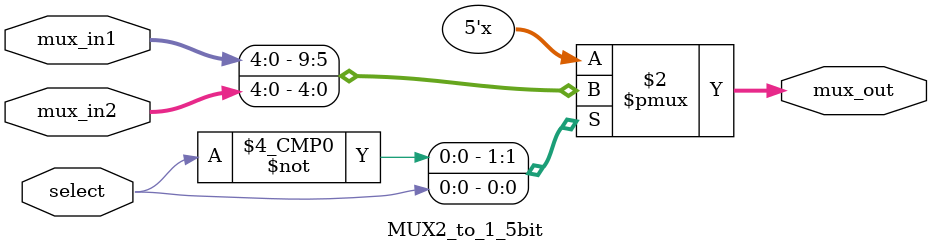
<source format=v>
`timescale 1ns/1ns

module MUX2_to_1_5bit (mux_in1, mux_in2, mux_out, select);

    parameter bit_width = 5;

    input [bit_width-1:0] mux_in1,mux_in2;
    output reg  [bit_width-1:0] mux_out;
    input select;

    always@(*)
    begin
        case(select)
            1'b0: mux_out <= mux_in1;
            1'b1: mux_out <= mux_in2;
            default: mux_out <= 5'bz;
        endcase
    end

endmodule 

</source>
